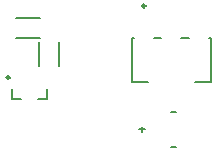
<source format=gbo>
G04*
G04 #@! TF.GenerationSoftware,Altium Limited,Altium Designer,22.10.1 (41)*
G04*
G04 Layer_Color=32896*
%FSLAX44Y44*%
%MOMM*%
G71*
G04*
G04 #@! TF.SameCoordinates,6AC466C0-41EF-44D2-8528-C36EB44BF29F*
G04*
G04*
G04 #@! TF.FilePolarity,Positive*
G04*
G01*
G75*
%ADD10C,0.2500*%
%ADD11C,0.2000*%
D10*
X38622Y2503D02*
G03*
X38622Y2503I-1250J0D01*
G01*
X153589Y63066D02*
G03*
X153589Y63066I-1250J0D01*
G01*
D11*
X63382Y12506D02*
Y32627D01*
X80382Y12506D02*
Y32627D01*
X62372Y-15997D02*
X70372D01*
Y-6996D01*
X40372Y-15997D02*
X48372D01*
X40372D02*
Y-6996D01*
X148592Y-41437D02*
X153592D01*
X151092Y-43937D02*
Y-38937D01*
X175342Y-26437D02*
X179842D01*
X175342Y-56437D02*
X179842D01*
X44041Y52630D02*
X64163D01*
X44041Y35630D02*
X64163D01*
X142090Y35816D02*
X144089D01*
X161089D02*
X167090D01*
X184090D02*
X190089D01*
X207090D02*
X209090D01*
Y-1184D02*
Y35816D01*
X142090Y-1184D02*
X155590D01*
X195590D02*
X209090D01*
X142090D02*
Y35816D01*
M02*

</source>
